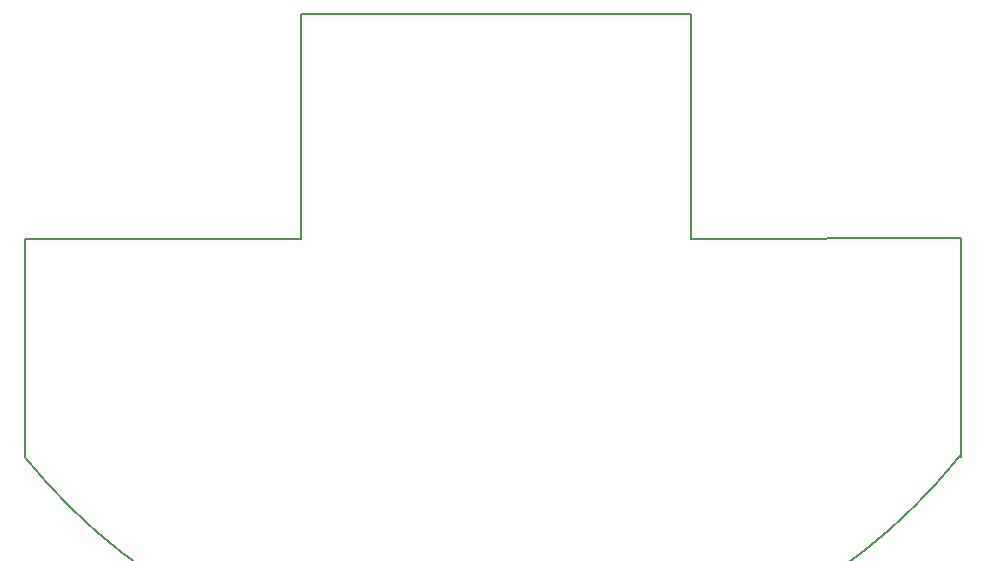
<source format=gbr>
%TF.GenerationSoftware,KiCad,Pcbnew,8.0.1*%
%TF.CreationDate,2024-03-24T23:16:53+02:00*%
%TF.ProjectId,KiCad,4b694361-642e-46b6-9963-61645f706362,rev?*%
%TF.SameCoordinates,Original*%
%TF.FileFunction,Profile,NP*%
%FSLAX46Y46*%
G04 Gerber Fmt 4.6, Leading zero omitted, Abs format (unit mm)*
G04 Created by KiCad (PCBNEW 8.0.1) date 2024-03-24 23:16:53*
%MOMM*%
%LPD*%
G01*
G04 APERTURE LIST*
%TA.AperFunction,Profile*%
%ADD10C,0.200000*%
%TD*%
G04 APERTURE END LIST*
D10*
X105741233Y-109931198D02*
X105732842Y-91440000D01*
X185013600Y-91414600D02*
X185013600Y-109905800D01*
X129108200Y-72440000D02*
X129108200Y-91440000D01*
X162128200Y-72440000D02*
X129108200Y-72440000D01*
X162128200Y-91440000D02*
X162128200Y-72440000D01*
X185013600Y-91414600D02*
X162128200Y-91440000D01*
X129108200Y-91440000D02*
X105732842Y-91440000D01*
X184917554Y-109828546D02*
G75*
G02*
X105741233Y-109931198I-39629554J31875946D01*
G01*
M02*

</source>
